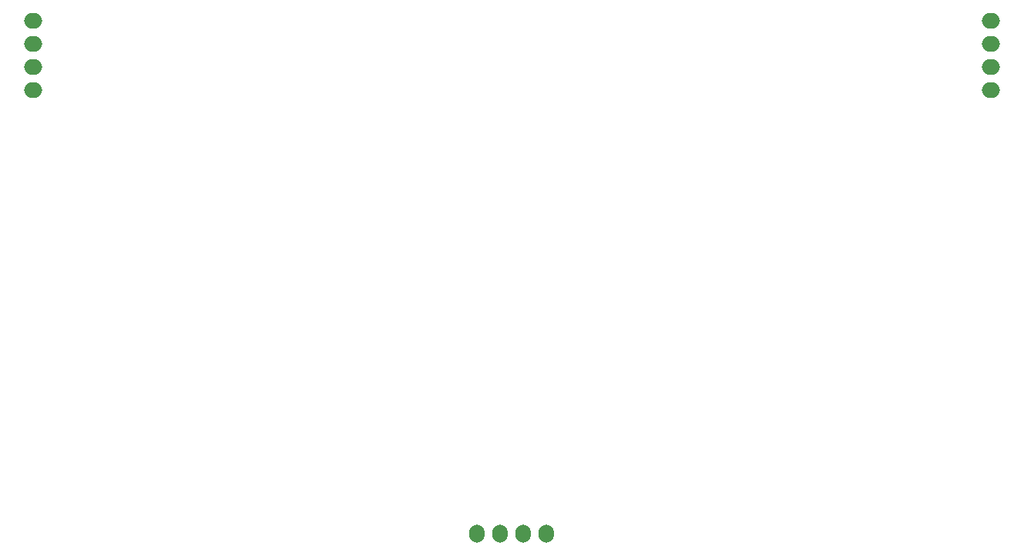
<source format=gbr>
%TF.GenerationSoftware,KiCad,Pcbnew,7.0.9*%
%TF.CreationDate,2024-06-22T14:18:39+09:00*%
%TF.ProjectId,Center_Line,43656e74-6572-45f4-9c69-6e652e6b6963,rev?*%
%TF.SameCoordinates,PX914aa10PY60e6338*%
%TF.FileFunction,Paste,Top*%
%TF.FilePolarity,Positive*%
%FSLAX46Y46*%
G04 Gerber Fmt 4.6, Leading zero omitted, Abs format (unit mm)*
G04 Created by KiCad (PCBNEW 7.0.9) date 2024-06-22 14:18:39*
%MOMM*%
%LPD*%
G01*
G04 APERTURE LIST*
%ADD10O,1.700000X2.000000*%
%ADD11O,2.000000X1.700000*%
G04 APERTURE END LIST*
D10*
%TO.C,J4*%
X-3825400Y-52597200D03*
X-1285400Y-52597200D03*
X1254600Y-52597200D03*
X3794600Y-52597200D03*
%TD*%
D11*
%TO.C,J3*%
X52628800Y-3870000D03*
X52628800Y-1330000D03*
X52628800Y1210000D03*
X52628800Y3750000D03*
%TD*%
%TO.C,J2*%
X-52578000Y3790800D03*
X-52578000Y1250800D03*
X-52578000Y-1289200D03*
X-52578000Y-3829200D03*
%TD*%
M02*

</source>
